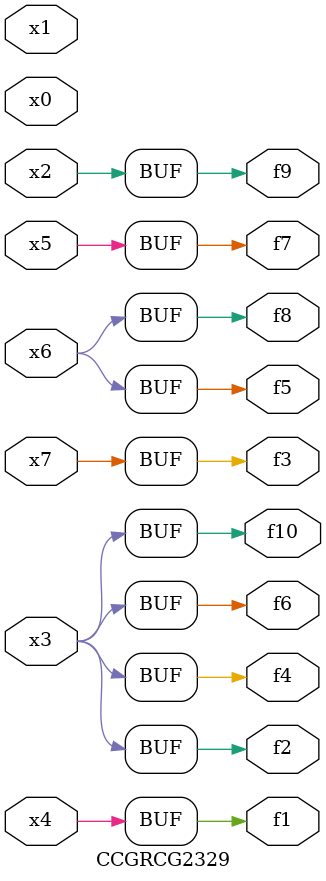
<source format=v>
module CCGRCG2329(
	input x0, x1, x2, x3, x4, x5, x6, x7,
	output f1, f2, f3, f4, f5, f6, f7, f8, f9, f10
);
	assign f1 = x4;
	assign f2 = x3;
	assign f3 = x7;
	assign f4 = x3;
	assign f5 = x6;
	assign f6 = x3;
	assign f7 = x5;
	assign f8 = x6;
	assign f9 = x2;
	assign f10 = x3;
endmodule

</source>
